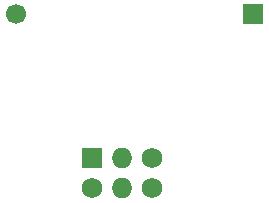
<source format=gbl>
G04 #@! TF.GenerationSoftware,KiCad,Pcbnew,9.0.2*
G04 #@! TF.CreationDate,2025-06-03T20:11:50-05:00*
G04 #@! TF.ProjectId,SAO_Pin,53414f5f-5069-46e2-9e6b-696361645f70,1*
G04 #@! TF.SameCoordinates,Original*
G04 #@! TF.FileFunction,Copper,L2,Bot*
G04 #@! TF.FilePolarity,Positive*
%FSLAX46Y46*%
G04 Gerber Fmt 4.6, Leading zero omitted, Abs format (unit mm)*
G04 Created by KiCad (PCBNEW 9.0.2) date 2025-06-03 20:11:50*
%MOMM*%
%LPD*%
G01*
G04 APERTURE LIST*
G04 #@! TA.AperFunction,ComponentPad*
%ADD10C,1.700000*%
G04 #@! TD*
G04 #@! TA.AperFunction,ComponentPad*
%ADD11R,1.700000X1.700000*%
G04 #@! TD*
G04 #@! TA.AperFunction,ComponentPad*
%ADD12R,1.727200X1.727200*%
G04 #@! TD*
G04 #@! TA.AperFunction,ComponentPad*
%ADD13C,1.727200*%
G04 #@! TD*
G04 #@! TA.AperFunction,ComponentPad*
%ADD14O,1.727200X1.727200*%
G04 #@! TD*
G04 APERTURE END LIST*
D10*
X130545000Y-92800000D03*
D11*
X150545000Y-92800000D03*
D12*
X136980000Y-104965000D03*
D13*
X136980000Y-107505000D03*
D14*
X139520000Y-104965000D03*
X139520000Y-107505000D03*
D13*
X142060000Y-104965000D03*
X142060000Y-107505000D03*
M02*

</source>
